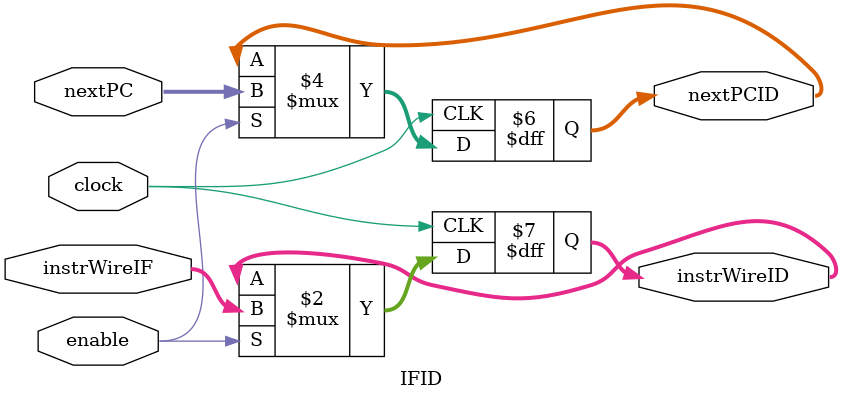
<source format=v>
 module IFID(clock,nextPC,instrWireID,nextPCID,instrWireIF,enable);
 input clock, enable;
 input [31:0] nextPC;
 input [31:0] instrWireIF;
 output [31:0] nextPCID, instrWireID;
 reg [31:0]  nextPCID,instrWireID;
always @(posedge clock)  begin 
if (enable) begin 
instrWireID <= instrWireIF;
nextPCID <= nextPC;
end 
 end
 endmodule
 
</source>
